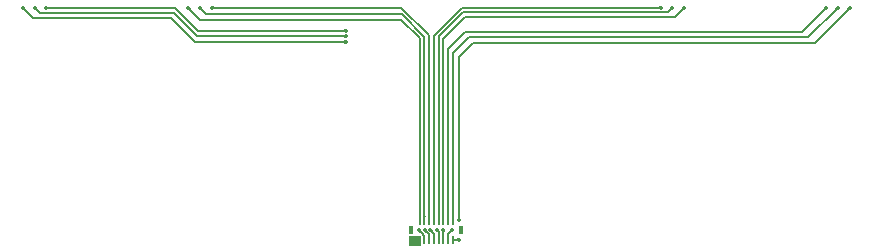
<source format=gbl>
%FSTAX25Y25*%
%MOIN*%
%SFA1B1*%

%IPPOS*%
%ADD18C,0.006000*%
%ADD19C,0.005000*%
%ADD20C,0.004000*%
%ADD21C,0.014000*%
%ADD22R,0.014960X0.027560*%
%ADD23R,0.009060X0.028740*%
%LNgel_flex-1*%
%LPD*%
G36*
X0084268Y0123545D02*
X0084199Y0123594D01*
X0084126Y0123637*
X0084047Y0123675*
X0083964Y0123708*
X0083876Y0123736*
X0083783Y0123759*
X0083685Y0123777*
X0083583Y012379*
X0083475Y0123798*
X0083362Y01238*
Y01244*
X0083475Y0124402*
X0083685Y0124423*
X0083783Y0124441*
X0083876Y0124464*
X0083964Y0124492*
X0084047Y0124525*
X0084126Y0124563*
X0084199Y0124606*
X0084268Y0124655*
Y0123545*
G37*
G36*
X-0064521Y0124606D02*
X-0064448Y0124563D01*
X-006437Y0124525*
X-0064286Y0124492*
X-0064198Y0124464*
X-0064105Y0124441*
X-0064007Y0124423*
X-0063905Y012441*
X-0063797Y0124402*
X-0063685Y01244*
Y01238*
X-0063797Y0123798*
X-0064007Y0123777*
X-0064105Y0123759*
X-0064198Y0123736*
X-0064286Y0123708*
X-006437Y0123675*
X-0064448Y0123637*
X-0064521Y0123594*
X-006459Y0123545*
Y0124655*
X-0064521Y0124606*
G37*
G36*
X-0119632D02*
X-0119559Y0124563D01*
X-0119481Y0124525*
X-0119397Y0124492*
X-0119309Y0124464*
X-0119216Y0124441*
X-0119118Y0124423*
X-0119016Y012441*
X-0118908Y0124402*
X-0118796Y01244*
Y01238*
X-0118908Y0123798*
X-0119118Y0123777*
X-0119216Y0123759*
X-0119309Y0123736*
X-0119397Y0123708*
X-0119481Y0123675*
X-0119559Y0123637*
X-0119632Y0123594*
X-0119701Y0123545*
Y0124655*
X-0119632Y0124606*
G37*
G36*
X0147679Y0123406D02*
X0147596Y0123392D01*
X0147514Y012337*
X0147431Y0123342*
X0147349Y0123306*
X0147267Y0123264*
X0147185Y0123214*
X0147103Y0123158*
X0147021Y0123094*
X014694Y0123023*
X0146859Y0122946*
X0146434Y012337*
X0146512Y0123451*
X0146646Y0123614*
X0146703Y0123696*
X0146752Y0123778*
X0146795Y012386*
X014683Y0123943*
X0146859Y0124025*
X014688Y0124108*
X0146894Y012419*
X0147679Y0123406*
G37*
G36*
X0143791D02*
X0143708Y0123392D01*
X0143626Y012337*
X0143543Y0123342*
X0143461Y0123306*
X0143379Y0123264*
X0143297Y0123214*
X0143215Y0123158*
X0143134Y0123094*
X0143052Y0123023*
X0142971Y0122946*
X0142546Y012337*
X0142624Y0123451*
X0142759Y0123614*
X0142815Y0123696*
X0142865Y0123778*
X0142907Y012386*
X0142943Y0123943*
X0142971Y0124025*
X0142992Y0124108*
X0143007Y012419*
X0143791Y0123406*
G37*
G36*
X0139903D02*
X0139821Y0123392D01*
X0139738Y012337*
X0139655Y0123342*
X0139573Y0123306*
X0139491Y0123264*
X0139409Y0123214*
X0139327Y0123158*
X0139246Y0123094*
X0139164Y0123023*
X0139083Y0122946*
X0138659Y012337*
X0138736Y0123451*
X0138871Y0123614*
X0138927Y0123696*
X0138977Y0123778*
X0139019Y012386*
X0139055Y0123943*
X0139083Y0124025*
X0139104Y0124108*
X0139119Y012419*
X0139903Y0123406*
G37*
G36*
X0092561D02*
X0092478Y0123392D01*
X0092396Y012337*
X0092313Y0123342*
X0092231Y0123306*
X0092149Y0123264*
X0092067Y0123214*
X0091985Y0123158*
X0091903Y0123094*
X0091822Y0123023*
X009174Y0122946*
X0091316Y012337*
X0091394Y0123451*
X0091528Y0123614*
X0091585Y0123696*
X0091634Y0123778*
X0091677Y012386*
X0091712Y0123943*
X0091741Y0124025*
X0091762Y0124108*
X0091776Y012419*
X0092561Y0123406*
G37*
G36*
X0088673D02*
X008859Y0123392D01*
X0088508Y012337*
X0088425Y0123342*
X0088343Y0123306*
X0088261Y0123264*
X0088179Y0123214*
X0088097Y0123158*
X0088015Y0123094*
X0087934Y0123023*
X0087853Y0122946*
X0087428Y012337*
X0087506Y0123451*
X008764Y0123614*
X0087697Y0123696*
X0087747Y0123778*
X0087789Y012386*
X0087824Y0123943*
X0087853Y0124025*
X0087874Y0124108*
X0087888Y012419*
X0088673Y0123406*
G37*
G36*
X-0068189Y0124108D02*
X-0068168Y0124025D01*
X-0068139Y0123943*
X-0068104Y012386*
X-0068062Y0123778*
X-0068012Y0123696*
X-0067955Y0123614*
X-0067892Y0123533*
X-0067821Y0123451*
X-0067743Y012337*
X-0068168Y0122946*
X-0068249Y0123023*
X-0068412Y0123158*
X-0068494Y0123214*
X-0068576Y0123264*
X-0068658Y0123306*
X-006874Y0123342*
X-0068823Y012337*
X-0068905Y0123392*
X-0068988Y0123406*
X-0068204Y012419*
X-0068189Y0124108*
G37*
G36*
X-0072077D02*
X-0072056Y0124025D01*
X-0072027Y0123943*
X-0071992Y012386*
X-0071949Y0123778*
X-00719Y0123696*
X-0071843Y0123614*
X-007178Y0123533*
X-0071709Y0123451*
X-0071631Y012337*
X-0072055Y0122946*
X-0072137Y0123023*
X-00723Y0123158*
X-0072382Y0123214*
X-0072464Y0123264*
X-0072546Y0123306*
X-0072628Y0123342*
X-007271Y012337*
X-0072793Y0123392*
X-0072876Y0123406*
X-0072091Y012419*
X-0072077Y0124108*
G37*
G36*
X-0123307D02*
X-0123286Y0124025D01*
X-0123258Y0123943*
X-0123222Y012386*
X-012318Y0123778*
X-012313Y0123696*
X-0123073Y0123614*
X-012301Y0123533*
X-0122939Y0123451*
X-0122861Y012337*
X-0123286Y0122946*
X-0123367Y0123023*
X-012353Y0123158*
X-0123612Y0123214*
X-0123694Y0123264*
X-0123776Y0123306*
X-0123858Y0123342*
X-0123941Y012337*
X-0124023Y0123392*
X-0124106Y0123406*
X-0123322Y012419*
X-0123307Y0124108*
G37*
G36*
X-0127244D02*
X-0127223Y0124025D01*
X-0127195Y0123943*
X-0127159Y012386*
X-0127117Y0123778*
X-0127067Y0123696*
X-0127011Y0123614*
X-0126947Y0123533*
X-0126876Y0123451*
X-0126798Y012337*
X-0127223Y0122946*
X-0127304Y0123023*
X-0127467Y0123158*
X-0127549Y0123214*
X-0127631Y0123264*
X-0127713Y0123306*
X-0127795Y0123342*
X-0127878Y012337*
X-012796Y0123392*
X-0128043Y0123406*
X-0127259Y012419*
X-0127244Y0124108*
G37*
G36*
X-0020704Y0115882D02*
X-0020772Y0115931D01*
X-0020846Y0115974*
X-0020924Y0116012*
X-0021007Y0116045*
X-0021095Y0116073*
X-0021188Y0116096*
X-0021286Y0116114*
X-0021389Y0116127*
X-0021497Y0116135*
X-0021609Y0116137*
Y0116737*
X-0021497Y011674*
X-0021286Y011676*
X-0021188Y0116778*
X-0021095Y0116801*
X-0021007Y0116829*
X-0020924Y0116862*
X-0020846Y01169*
X-0020772Y0116943*
X-0020704Y0116992*
Y0115882*
G37*
G36*
Y0114018D02*
X-0020772Y0114066D01*
X-0020846Y011411*
X-0020924Y0114148*
X-0021007Y0114181*
X-0021095Y0114209*
X-0021188Y0114232*
X-0021286Y011425*
X-0021389Y0114262*
X-0021497Y011427*
X-0021609Y0114272*
Y0114873*
X-0021497Y0114875*
X-0021286Y0114895*
X-0021188Y0114913*
X-0021095Y0114936*
X-0021007Y0114964*
X-0020924Y0114997*
X-0020846Y0115035*
X-0020772Y0115079*
X-0020704Y0115127*
Y0114018*
G37*
G36*
Y0112148D02*
X-0020772Y0112196D01*
X-0020846Y0112239*
X-0020924Y0112278*
X-0021007Y0112311*
X-0021095Y0112339*
X-0021188Y0112362*
X-0021286Y0112379*
X-0021389Y0112392*
X-0021497Y01124*
X-0021609Y0112402*
Y0113002*
X-0021497Y0113005*
X-0021286Y0113025*
X-0021188Y0113043*
X-0021095Y0113066*
X-0021007Y0113094*
X-0020924Y0113127*
X-0020846Y0113165*
X-0020772Y0113209*
X-0020704Y0113257*
Y0112148*
G37*
G36*
X0015656Y0054913D02*
X0015677Y0054643D01*
X0015689Y0054577*
X0015705Y0054523*
X0015723Y0054481*
X0015744Y0054451*
X0015768Y0054433*
X0015795Y0054427*
X0014914*
X001494Y0054433*
X0014964Y0054451*
X0014985Y0054481*
X0015004Y0054523*
X0015019Y0054577*
X0015032Y0054643*
X0015042Y0054721*
X0015053Y0054913*
X0015054Y0055027*
X0015654*
X0015656Y0054913*
G37*
G36*
X0014081D02*
X0014102Y0054643D01*
X0014115Y0054577*
X001413Y0054523*
X0014149Y0054481*
X001417Y0054451*
X0014194Y0054433*
X001422Y0054427*
X0013339*
X0013365Y0054433*
X0013389Y0054451*
X0013411Y0054481*
X0013429Y0054523*
X0013444Y0054577*
X0013457Y0054643*
X0013467Y0054721*
X0013478Y0054913*
X0013479Y0055027*
X001408*
X0014081Y0054913*
G37*
G36*
X0012506D02*
X0012527Y0054643D01*
X001254Y0054577*
X0012555Y0054523*
X0012574Y0054481*
X0012595Y0054451*
X0012619Y0054433*
X0012645Y0054427*
X0011764*
X0011791Y0054433*
X0011815Y0054451*
X0011836Y0054481*
X0011854Y0054523*
X0011869Y0054577*
X0011882Y0054643*
X0011892Y0054721*
X0011903Y0054913*
X0011905Y0055027*
X0012505*
X0012506Y0054913*
G37*
G36*
X0010931D02*
X0010953Y0054643D01*
X0010965Y0054577*
X0010981Y0054523*
X0010999Y0054481*
X001102Y0054451*
X0011044Y0054433*
X0011071Y0054427*
X0010189*
X0010216Y0054433*
X001024Y0054451*
X0010261Y0054481*
X0010279Y0054523*
X0010295Y0054577*
X0010307Y0054643*
X0010317Y0054721*
X0010328Y0054913*
X001033Y0055027*
X001093*
X0010931Y0054913*
G37*
G36*
X0009357D02*
X0009378Y0054643D01*
X000939Y0054577*
X0009406Y0054523*
X0009424Y0054481*
X0009445Y0054451*
X0009469Y0054433*
X0009496Y0054427*
X0008614*
X0008641Y0054433*
X0008665Y0054451*
X0008686Y0054481*
X0008704Y0054523*
X000872Y0054577*
X0008733Y0054643*
X0008743Y0054721*
X0008754Y0054913*
X0008755Y0055027*
X0009355*
X0009357Y0054913*
G37*
G36*
X0007782D02*
X0007803Y0054643D01*
X0007816Y0054577*
X0007831Y0054523*
X0007849Y0054481*
X000787Y0054451*
X0007894Y0054433*
X0007921Y0054427*
X000704*
X0007066Y0054433*
X000709Y0054451*
X0007111Y0054481*
X000713Y0054523*
X0007145Y0054577*
X0007158Y0054643*
X0007168Y0054721*
X0007179Y0054913*
X000718Y0055027*
X000778*
X0007782Y0054913*
G37*
G36*
X0006207D02*
X0006228Y0054643D01*
X0006241Y0054577*
X0006256Y0054523*
X0006274Y0054481*
X0006296Y0054451*
X0006319Y0054433*
X0006346Y0054427*
X0005465*
X0005491Y0054433*
X0005515Y0054451*
X0005536Y0054481*
X0005555Y0054523*
X000557Y0054577*
X0005583Y0054643*
X0005593Y0054721*
X0005604Y0054913*
X0005605Y0055027*
X0006205*
X0006207Y0054913*
G37*
G36*
X0004632D02*
X0004653Y0054643D01*
X0004666Y0054577*
X0004681Y0054523*
X00047Y0054481*
X0004721Y0054451*
X0004745Y0054433*
X0004772Y0054427*
X000389*
X0003917Y0054433*
X0003941Y0054451*
X0003962Y0054481*
X000398Y0054523*
X0003996Y0054577*
X0004008Y0054643*
X0004018Y0054721*
X0004029Y0054913*
X0004031Y0055027*
X0004631*
X0004632Y0054913*
G37*
G36*
X0017625Y0054665D02*
X0017646Y0054454D01*
X0017664Y0054357*
X0017686Y0054264*
X0017715Y0054176*
X0017748Y0054092*
X0017786Y0054014*
X0017829Y005394*
X0017877Y0053872*
X0016768*
X0016816Y005394*
X001686Y0054014*
X0016898Y0054092*
X0016931Y0054176*
X0016959Y0054264*
X0016982Y0054357*
X0017Y0054454*
X0017013Y0054557*
X001702Y0054665*
X0017023Y0054777*
X0017623*
X0017625Y0054665*
G37*
G36*
X0010648Y0049973D02*
X0010706Y0049658D01*
X0010723Y0049599*
X0010742Y0049548*
X0010763Y0049505*
X0010784Y004947*
X0010807Y0049442*
X0010453Y0049089*
X0010422Y0049116*
X0010384Y0049142*
X0010338Y0049167*
X0010286Y0049191*
X0010227Y0049214*
X0010087Y0049255*
X0010007Y0049275*
X0009826Y004931*
X0010637Y0050071*
X0010648Y0049973*
G37*
G36*
X0015149Y0049306D02*
X0015052Y004929D01*
X0014956Y0049268*
X0014863Y0049239*
X0014772Y0049204*
X0014684Y0049164*
X0014598Y0049117*
X0014515Y0049063*
X0014434Y0049004*
X0014355Y0048938*
X0014278Y0048866*
X0013925Y004922*
X0013997Y0049296*
X0014063Y0049374*
X0014122Y0049455*
X0014176Y0049539*
X0014223Y0049625*
X0014264Y0049713*
X0014298Y0049804*
X0014327Y0049897*
X0014349Y0049992*
X0014365Y005009*
X0015149Y0049306*
G37*
G36*
X0008584Y0049992D02*
X0008606Y0049897D01*
X0008635Y0049804*
X000867Y0049713*
X000871Y0049625*
X0008758Y0049539*
X0008811Y0049455*
X000887Y0049374*
X0008936Y0049296*
X0009008Y004922*
X0008655Y0048866*
X0008578Y0048938*
X00085Y0049004*
X0008418Y0049063*
X0008335Y0049117*
X0008249Y0049164*
X0008161Y0049204*
X000807Y0049239*
X0007977Y0049268*
X0007882Y004929*
X0007784Y0049306*
X0008568Y005009*
X0008584Y0049992*
G37*
G36*
X0004647D02*
X0004669Y0049897D01*
X0004698Y0049804*
X0004733Y0049713*
X0004773Y0049625*
X000482Y0049539*
X0004874Y0049455*
X0004933Y0049374*
X0004999Y0049296*
X0005071Y004922*
X0004718Y0048866*
X0004641Y0048938*
X0004563Y0049004*
X0004482Y0049063*
X0004398Y0049117*
X0004312Y0049164*
X0004224Y0049204*
X0004133Y0049239*
X000404Y0049268*
X0003945Y004929*
X0003847Y0049306*
X0004631Y005009*
X0004647Y0049992*
G37*
G36*
X0006714Y0049951D02*
X0006732Y0049847D01*
X0006756Y0049748*
X0006787Y0049652*
X0006824Y004956*
X0006867Y0049472*
X0006917Y0049387*
X0006973Y0049306*
X0007035Y0049229*
X0007104Y0049155*
X0006712Y004884*
X0006633Y0048916*
X0006471Y0049048*
X000639Y0049105*
X0006307Y0049155*
X0006223Y00492*
X0006138Y0049237*
X0006053Y0049269*
X0005966Y0049295*
X0005878Y0049314*
X0006702Y0050057*
X0006714Y0049951*
G37*
G36*
X0014031Y0048627D02*
X0014047Y0048468D01*
X001406Y0048404*
X0014077Y004835*
X0014098Y0048305*
X0014123Y0048271*
X0014152Y0048246*
X0014184Y0048231*
X001422Y0048226*
X0013339*
X0013375Y0048231*
X0013408Y0048246*
X0013436Y0048271*
X0013461Y0048305*
X0013482Y004835*
X0013499Y0048404*
X0013512Y0048468*
X0013522Y0048542*
X0013528Y0048627*
X001353Y004872*
X0014029*
X0014031Y0048627*
G37*
G36*
X0012701Y0049492D02*
X001265Y0049409D01*
X0012604Y0049323*
X0012564Y0049235*
X0012531Y0049143*
X0012504Y0049049*
X0012482Y0048953*
X0012467Y0048853*
X0012458Y0048751*
X0012456Y0048679*
X0012457Y0048631*
X0012472Y0048471*
X0012485Y0048406*
X0012502Y0048351*
X0012523Y0048306*
X0012548Y0048271*
X0012577Y0048246*
X0012609Y0048231*
X0012645Y0048226*
X0011764*
X00118Y0048231*
X0011833Y0048246*
X0011861Y0048271*
X0011886Y0048306*
X0011907Y0048351*
X0011924Y0048406*
X0011938Y0048471*
X0011947Y0048546*
X0011953Y0048631*
X0011954Y0048679*
X0011952Y0048751*
X0011942Y0048853*
X0011927Y0048953*
X0011906Y0049049*
X0011879Y0049143*
X0011845Y0049235*
X0011805Y0049323*
X001176Y0049409*
X0011708Y0049492*
X001165Y0049573*
X0012759*
X0012701Y0049492*
G37*
G36*
X0010882Y0048631D02*
X0010897Y0048471D01*
X001091Y0048406*
X0010928Y0048351*
X0010949Y0048306*
X0010973Y0048271*
X0011002Y0048246*
X0011034Y0048231*
X0011071Y0048226*
X0010189*
X0010225Y0048231*
X0010258Y0048246*
X0010287Y0048271*
X0010311Y0048306*
X0010332Y0048351*
X0010349Y0048406*
X0010363Y0048471*
X0010372Y0048546*
X0010378Y0048631*
X001038Y0048726*
X001088*
X0010882Y0048631*
G37*
G36*
X0009307D02*
X0009322Y0048471D01*
X0009336Y0048406*
X0009353Y0048351*
X0009374Y0048306*
X0009399Y0048271*
X0009427Y0048246*
X000946Y0048231*
X0009496Y0048226*
X0008614*
X0008651Y0048231*
X0008683Y0048246*
X0008712Y0048271*
X0008737Y0048306*
X0008757Y0048351*
X0008775Y0048406*
X0008788Y0048471*
X0008798Y0048546*
X0008803Y0048631*
X0008805Y0048726*
X0009305*
X0009307Y0048631*
G37*
G36*
X0007574Y0048513D02*
X0007583Y0048395D01*
X000759Y0048348*
X00076Y0048307*
X0007611Y0048274*
X0007625Y0048248*
X0007641Y004823*
X0007659Y0048218*
X0007679Y0048214*
X000704Y0048226*
X0007046Y004823*
X0007052Y004824*
X0007057Y0048258*
X0007061Y0048283*
X0007065Y0048315*
X0007072Y0048454*
X0007073Y0048582*
X0007573*
X0007574Y0048513*
G37*
G36*
X0005785D02*
X000592Y0048399D01*
X0005985Y0048353*
X0006049Y0048315*
X0006112Y0048283*
X0006173Y0048258*
X0006232Y004824*
X000629Y004823*
X0006346Y0048226*
X0005477Y0047769*
X0005513Y0047797*
X0005534Y0047835*
X0005538Y0047882*
X0005526Y0047939*
X0005497Y0048005*
X0005453Y004808*
X0005392Y0048165*
X0005314Y0048259*
X0005111Y0048476*
X0005715Y004858*
X0005785Y0048513*
G37*
G36*
X0016994Y0046246D02*
X0016914Y0046304D01*
X001683Y0046356*
X0016745Y0046402*
X0016656Y0046442*
X0016565Y0046475*
X0016471Y0046502*
X0016374Y0046524*
X0016274Y0046539*
X0016182Y0046547*
X0016111Y0046541*
X0016034Y0046529*
X0015967Y0046511*
X0015911Y0046489*
X0015865Y0046461*
X0015829Y0046429*
X0015804Y0046391*
X0015788Y0046349*
X0015783Y0046301*
Y0047301*
X0015788Y0047254*
X0015804Y0047211*
X0015829Y0047174*
X0015865Y0047141*
X0015911Y0047114*
X0015967Y0047091*
X0016034Y0047074*
X0016111Y0047061*
X0016182Y0047055*
X0016274Y0047063*
X0016374Y0047079*
X0016471Y00471*
X0016565Y0047127*
X0016656Y0047161*
X0016745Y0047201*
X001683Y0047246*
X0016914Y0047298*
X0016994Y0047356*
Y0046246*
G37*
G36*
X0004829Y0047933D02*
X000479Y0044685D01*
X0000787*
X0000591Y0044882*
Y0047933*
X0004829*
G37*
G54D18*
X0017323Y0107776D02*
X0022047Y01125D01*
X0017323Y0053445D02*
Y0107776D01*
X-0069908Y0114573D02*
X-0020277D01*
X-0069488Y0116437D02*
X-0020277D01*
X-0077151Y01241D02*
X-0069488Y0116437D01*
X-0077678Y0122343D02*
X-0069908Y0114573D01*
X0089342Y0120972D02*
X0092471Y01241D01*
X0019495Y0120972D02*
X0089342D01*
X0012205Y0113681D02*
X0019495Y0120972D01*
X0087022Y0122539D02*
X0088583Y01241D01*
X0018602Y0122539D02*
X0087022D01*
X001063Y0114567D02*
X0018602Y0122539D01*
X0135989Y01125D02*
X0147589Y01241D01*
X0022047Y01125D02*
X0135989D01*
X0133872Y0114272D02*
X0143701Y01241D01*
X0020768Y0114272D02*
X0133872D01*
X0015354Y0108858D02*
X0020768Y0114272D01*
X001063Y0053002D02*
Y0114567D01*
X0012205Y0053002D02*
Y0113681D01*
X0019488Y0115945D02*
X0131658D01*
X001378Y0110236D02*
X0019488Y0115945D01*
X001378Y0053002D02*
Y0110236D01*
X0015354Y0053002D02*
Y0108858D01*
X0004331Y0053002D02*
Y0113878D01*
X-000187Y0120079D02*
X0004331Y0113878D01*
X-0068764Y0120079D02*
X-000187D01*
X0005906Y0053002D02*
Y0114469D01*
X-0001575Y0121949D02*
X0005906Y0114469D01*
X-0066746Y0121949D02*
X-0001575D01*
X-0072785Y01241D02*
X-0068764Y0120079D01*
X-0068898Y01241D02*
X-0066746Y0121949D01*
X-0078543Y0120669D02*
X-0070576Y0112702D01*
X-0124522Y0120669D02*
X-0078543D01*
X-0127953Y01241D02*
X-0124522Y0120669D01*
X-0122258Y0122343D02*
X-0077678D01*
X-0124016Y01241D02*
X-0122258Y0122343D01*
X-0070576Y0112702D02*
X-0020277D01*
X-0120128Y01241D02*
X-0077151D01*
X0131658Y0115945D02*
X0139813Y01241D01*
X000748Y0053002D02*
Y0114862D01*
X-0001757Y01241D02*
X000748Y0114862D01*
X-0065017Y01241D02*
X-0001757D01*
X0018391D02*
X0084695D01*
X0009055Y0114764D02*
X0018391Y01241D01*
X0009055Y0053002D02*
Y0114764D01*
G54D19*
X0007874Y005D02*
X0009055Y0048819D01*
X0006004Y0049901D02*
Y0050002D01*
Y0049901D02*
X0007323Y0048582D01*
X0005053Y0048888D02*
X0005906Y0048035D01*
Y0046801D02*
Y0048035D01*
X0003937Y005D02*
X0005049Y0048888D01*
X0005053*
X0015354Y0046801D02*
X0017421D01*
X001378D02*
Y004872D01*
X0015059Y005*
X0012205Y0046801D02*
Y005D01*
X0009941Y0049955D02*
X001063Y0049266D01*
Y0046801D02*
Y0049266D01*
X0009055Y0046801D02*
Y0048819D01*
X0007323Y0046958D02*
Y0048582D01*
G54D20*
X0009941Y0049955D02*
Y005D01*
X0005653Y0047054D02*
X0005906Y0046801D01*
X0007323Y0046958D02*
X000748Y0046801D01*
G54D21*
X0017323Y0053445D03*
X0007874Y005D03*
X0006004Y0050002D03*
X0001772Y0047054D03*
Y0045571D03*
X-0020277Y0114573D03*
Y0116437D03*
Y0112702D03*
X0147589Y01241D03*
X0143701D03*
X0139813D03*
X0092471D03*
X0088583D03*
X0084695D03*
X-0127953D03*
X-0120128D03*
X-0124016D03*
X-0065017D03*
X-0072785D03*
X-0068898D03*
X0009941Y005D03*
X0003937D03*
X0017421Y0046801D03*
X0012205Y005D03*
X0015059D03*
G54D22*
X001811Y0049902D03*
X0001575D03*
G54D23*
X0004331Y0053002D03*
X0005906D03*
X000748D03*
X0009055D03*
X0015354D03*
X001378D03*
X0012205D03*
X001063D03*
Y0046801D03*
X0012205D03*
X001378D03*
X0015354D03*
X0009055D03*
X000748D03*
X0005906D03*
X0004331D03*
M02*
</source>
